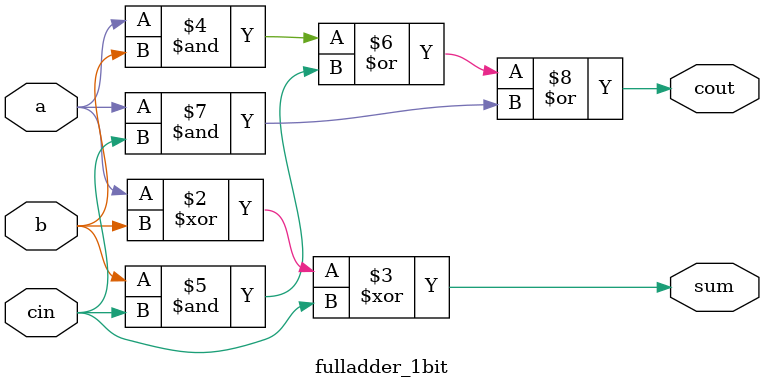
<source format=v>
module fulladder_1bit(
    input a,
    input b,
    input cin,
    output sum,
    output cout
);

    always @(*) begin
        sum = a ^ b ^ cin;
        cout = (a & b) | (b & cin) | (a & cin);
    end

endmodule

</source>
